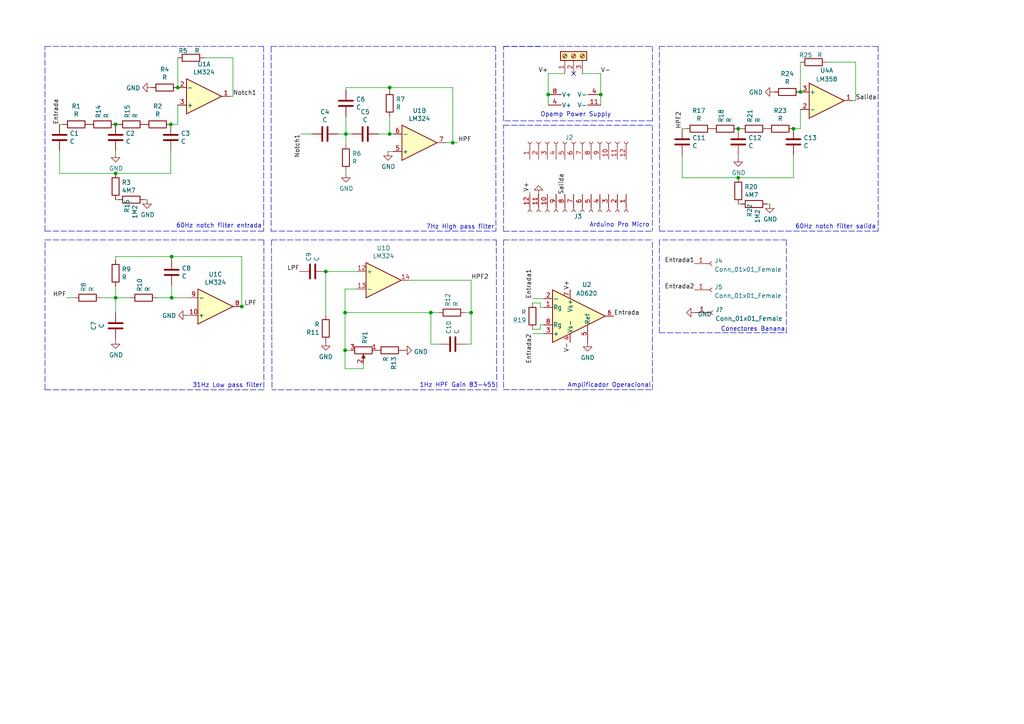
<source format=kicad_sch>
(kicad_sch (version 20211123) (generator eeschema)
  (paper "A4")
  (lib_symbols
    (symbol "Amplifier_Instrumentation:AD620" (pin_names (offset 0.127))
      (property "Reference" "U" (at 3.81 7.62 0))
      (property "Value" "AD620" (at 5.08 5.08 0))
      (symbol "AD620_0_1"
        (polyline (pts (xy -7.62 7.62) (xy -7.62 -7.62) (xy 7.62 0) (xy -7.62 7.62)) (stroke (width 0.254)) (fill (type background)))
      )
      (symbol "AD620_1_1"
        (pin passive line (at -10.16 2.54 0) (length 2.54) (name "Rg") (number "1"))
        (pin input line (at -10.16 5.08 0) (length 2.54) (name "-") (number "2"))
        (pin input line (at -10.16 -5.08 0) (length 2.54) (name "+") (number "3"))
        (pin power_in line (at -2.54 -7.62 90) (length 2.54) (name "Vs-") (number "4"))
        (pin passive line (at 2.54 -7.62 90) (length 5.08) (name "Ref") (number "5"))
        (pin output line (at 10.16 0 180) (length 2.54) (name "~") (number "6"))
        (pin power_in line (at -2.54 7.62 270) (length 2.54) (name "Vs+") (number "7"))
        (pin passive line (at -10.16 -2.54 0) (length 2.54) (name "Rg") (number "8"))
      )
    )
    (symbol "Amplifier_Operational:LM324" (pin_names (offset 0.127))
      (property "Reference" "U" (at 0 5.08 0))
      (property "Value" "LM324" (at 0 -5.08 0))
      (symbol "LM324_1_1"
        (polyline (pts (xy -5.08 5.08) (xy 5.08 0) (xy -5.08 -5.08) (xy -5.08 5.08)) (stroke (width 0.254)) (fill (type background)))
        (pin output line (at 7.62 0 180) (length 2.54) (name "~") (number "1"))
        (pin input line (at -7.62 -2.54 0) (length 2.54) (name "-") (number "2"))
        (pin input line (at -7.62 2.54 0) (length 2.54) (name "+") (number "3"))
      )
      (symbol "LM324_2_1"
        (polyline (pts (xy -5.08 5.08) (xy 5.08 0) (xy -5.08 -5.08) (xy -5.08 5.08)) (stroke (width 0.254)) (fill (type background)))
        (pin input line (at -7.62 2.54 0) (length 2.54) (name "+") (number "5"))
        (pin input line (at -7.62 -2.54 0) (length 2.54) (name "-") (number "6"))
        (pin output line (at 7.62 0 180) (length 2.54) (name "~") (number "7"))
      )
      (symbol "LM324_3_1"
        (polyline (pts (xy -5.08 5.08) (xy 5.08 0) (xy -5.08 -5.08) (xy -5.08 5.08)) (stroke (width 0.254)) (fill (type background)))
        (pin input line (at -7.62 2.54 0) (length 2.54) (name "+") (number "10"))
        (pin output line (at 7.62 0 180) (length 2.54) (name "~") (number "8"))
        (pin input line (at -7.62 -2.54 0) (length 2.54) (name "-") (number "9"))
      )
      (symbol "LM324_4_1"
        (polyline (pts (xy -5.08 5.08) (xy 5.08 0) (xy -5.08 -5.08) (xy -5.08 5.08)) (stroke (width 0.254)) (fill (type background)))
        (pin input line (at -7.62 2.54 0) (length 2.54) (name "+") (number "12"))
        (pin input line (at -7.62 -2.54 0) (length 2.54) (name "-") (number "13"))
        (pin output line (at 7.62 0 180) (length 2.54) (name "~") (number "14"))
      )
      (symbol "LM324_5_1"
        (pin power_in line (at -2.54 -7.62 90) (length 3.81) (name "V-") (number "11"))
        (pin power_in line (at -2.54 7.62 270) (length 3.81) (name "V+") (number "4"))
      )
    )
    (symbol "Amplifier_Operational:LM358" (pin_names (offset 0.127))
      (property "Reference" "U" (at 0 5.08 0))
      (property "Value" "LM358" (at 0 -5.08 0))
      (symbol "LM358_1_1"
        (polyline (pts (xy -5.08 5.08) (xy 5.08 0) (xy -5.08 -5.08) (xy -5.08 5.08)) (stroke (width 0.254)) (fill (type background)))
        (pin output line (at 7.62 0 180) (length 2.54) (name "~") (number "1"))
        (pin input line (at -7.62 -2.54 0) (length 2.54) (name "-") (number "2"))
        (pin input line (at -7.62 2.54 0) (length 2.54) (name "+") (number "3"))
      )
      (symbol "LM358_2_1"
        (polyline (pts (xy -5.08 5.08) (xy 5.08 0) (xy -5.08 -5.08) (xy -5.08 5.08)) (stroke (width 0.254)) (fill (type background)))
        (pin input line (at -7.62 2.54 0) (length 2.54) (name "+") (number "5"))
        (pin input line (at -7.62 -2.54 0) (length 2.54) (name "-") (number "6"))
        (pin output line (at 7.62 0 180) (length 2.54) (name "~") (number "7"))
      )
      (symbol "LM358_3_1"
        (pin power_in line (at -2.54 -7.62 90) (length 3.81) (name "V-") (number "4"))
        (pin power_in line (at -2.54 7.62 270) (length 3.81) (name "V+") (number "8"))
      )
    )
    (symbol "Conn_01x12_Female_1" (pin_names (offset 1.016) hide)
      (property "Reference" "J" (at 0 15.24 0))
      (property "Value" "Conn_01x12_Female_1" (at 0 -17.78 0))
      (symbol "Conn_01x12_Female_1_1_1"
        (arc (start 0 -14.732) (mid -0.508 -15.24) (end 0 -15.748) (stroke (width 0.1524)))
        (arc (start 0 -12.192) (mid -0.508 -12.7) (end 0 -13.208) (stroke (width 0.1524)))
        (arc (start 0 -9.652) (mid -0.508 -10.16) (end 0 -10.668) (stroke (width 0.1524)))
        (arc (start 0 -7.112) (mid -0.508 -7.62) (end 0 -8.128) (stroke (width 0.1524)))
        (arc (start 0 -4.572) (mid -0.508 -5.08) (end 0 -5.588) (stroke (width 0.1524)))
        (arc (start 0 -2.032) (mid -0.508 -2.54) (end 0 -3.048) (stroke (width 0.1524)))
        (polyline (pts (xy -1.27 -15.24) (xy -0.508 -15.24)) (stroke (width 0.1524)))
        (polyline (pts (xy -1.27 -12.7) (xy -0.508 -12.7)) (stroke (width 0.1524)))
        (polyline (pts (xy -1.27 -10.16) (xy -0.508 -10.16)) (stroke (width 0.1524)))
        (polyline (pts (xy -1.27 -7.62) (xy -0.508 -7.62)) (stroke (width 0.1524)))
        (polyline (pts (xy -1.27 -5.08) (xy -0.508 -5.08)) (stroke (width 0.1524)))
        (polyline (pts (xy -1.27 -2.54) (xy -0.508 -2.54)) (stroke (width 0.1524)))
        (polyline (pts (xy -1.27 0) (xy -0.508 0)) (stroke (width 0.1524)))
        (polyline (pts (xy -1.27 2.54) (xy -0.508 2.54)) (stroke (width 0.1524)))
        (polyline (pts (xy -1.27 5.08) (xy -0.508 5.08)) (stroke (width 0.1524)))
        (polyline (pts (xy -1.27 7.62) (xy -0.508 7.62)) (stroke (width 0.1524)))
        (polyline (pts (xy -1.27 10.16) (xy -0.508 10.16)) (stroke (width 0.1524)))
        (polyline (pts (xy -1.27 12.7) (xy -0.508 12.7)) (stroke (width 0.1524)))
        (arc (start 0 0.508) (mid -0.508 0) (end 0 -0.508) (stroke (width 0.1524)))
        (arc (start 0 3.048) (mid -0.508 2.54) (end 0 2.032) (stroke (width 0.1524)))
        (arc (start 0 5.588) (mid -0.508 5.08) (end 0 4.572) (stroke (width 0.1524)))
        (arc (start 0 8.128) (mid -0.508 7.62) (end 0 7.112) (stroke (width 0.1524)))
        (arc (start 0 10.668) (mid -0.508 10.16) (end 0 9.652) (stroke (width 0.1524)))
        (arc (start 0 13.208) (mid -0.508 12.7) (end 0 12.192) (stroke (width 0.1524)))
        (pin passive line (at -5.08 12.7 0) (length 3.81) (name "Pin_1") (number "1"))
        (pin passive line (at -5.08 -10.16 0) (length 3.81) (name "Pin_10") (number "10"))
        (pin passive line (at -5.08 -12.7 0) (length 3.81) (name "Pin_11") (number "11"))
        (pin passive line (at -5.08 -15.24 0) (length 3.81) (name "Pin_12") (number "12"))
        (pin passive line (at -5.08 10.16 0) (length 3.81) (name "Pin_2") (number "2"))
        (pin passive line (at -5.08 7.62 0) (length 3.81) (name "Pin_3") (number "3"))
        (pin passive line (at -5.08 5.08 0) (length 3.81) (name "Pin_4") (number "4"))
        (pin passive line (at -5.08 2.54 0) (length 3.81) (name "Pin_5") (number "5"))
        (pin passive line (at -5.08 0 0) (length 3.81) (name "Pin_6") (number "6"))
        (pin passive line (at -5.08 -2.54 0) (length 3.81) (name "Pin_7") (number "7"))
        (pin passive line (at -5.08 -5.08 0) (length 3.81) (name "Pin_8") (number "8"))
        (pin passive line (at -5.08 -7.62 0) (length 3.81) (name "Pin_9") (number "9"))
      )
    )
    (symbol "Connector:Conn_01x01_Female" (pin_names (offset 1.016) hide)
      (property "Reference" "J" (at 0 2.54 0))
      (property "Value" "Conn_01x01_Female" (at 0 -2.54 0))
      (symbol "Conn_01x01_Female_1_1"
        (polyline (pts (xy -1.27 0) (xy -0.508 0)) (stroke (width 0.1524)))
        (arc (start 0 0.508) (mid -0.508 0) (end 0 -0.508) (stroke (width 0.1524)))
        (pin passive line (at -5.08 0 0) (length 3.81) (name "Pin_1") (number "1"))
      )
    )
    (symbol "Connector:Conn_01x12_Female" (pin_names (offset 1.016) hide)
      (property "Reference" "J" (at 0 15.24 0))
      (property "Value" "Conn_01x12_Female" (at 0 -17.78 0))
      (symbol "Conn_01x12_Female_1_1"
        (arc (start 0 -14.732) (mid -0.508 -15.24) (end 0 -15.748) (stroke (width 0.1524)))
        (arc (start 0 -12.192) (mid -0.508 -12.7) (end 0 -13.208) (stroke (width 0.1524)))
        (arc (start 0 -9.652) (mid -0.508 -10.16) (end 0 -10.668) (stroke (width 0.1524)))
        (arc (start 0 -7.112) (mid -0.508 -7.62) (end 0 -8.128) (stroke (width 0.1524)))
        (arc (start 0 -4.572) (mid -0.508 -5.08) (end 0 -5.588) (stroke (width 0.1524)))
        (arc (start 0 -2.032) (mid -0.508 -2.54) (end 0 -3.048) (stroke (width 0.1524)))
        (polyline (pts (xy -1.27 -15.24) (xy -0.508 -15.24)) (stroke (width 0.1524)))
        (polyline (pts (xy -1.27 -12.7) (xy -0.508 -12.7)) (stroke (width 0.1524)))
        (polyline (pts (xy -1.27 -10.16) (xy -0.508 -10.16)) (stroke (width 0.1524)))
        (polyline (pts (xy -1.27 -7.62) (xy -0.508 -7.62)) (stroke (width 0.1524)))
        (polyline (pts (xy -1.27 -5.08) (xy -0.508 -5.08)) (stroke (width 0.1524)))
        (polyline (pts (xy -1.27 -2.54) (xy -0.508 -2.54)) (stroke (width 0.1524)))
        (polyline (pts (xy -1.27 0) (xy -0.508 0)) (stroke (width 0.1524)))
        (polyline (pts (xy -1.27 2.54) (xy -0.508 2.54)) (stroke (width 0.1524)))
        (polyline (pts (xy -1.27 5.08) (xy -0.508 5.08)) (stroke (width 0.1524)))
        (polyline (pts (xy -1.27 7.62) (xy -0.508 7.62)) (stroke (width 0.1524)))
        (polyline (pts (xy -1.27 10.16) (xy -0.508 10.16)) (stroke (width 0.1524)))
        (polyline (pts (xy -1.27 12.7) (xy -0.508 12.7)) (stroke (width 0.1524)))
        (arc (start 0 0.508) (mid -0.508 0) (end 0 -0.508) (stroke (width 0.1524)))
        (arc (start 0 3.048) (mid -0.508 2.54) (end 0 2.032) (stroke (width 0.1524)))
        (arc (start 0 5.588) (mid -0.508 5.08) (end 0 4.572) (stroke (width 0.1524)))
        (arc (start 0 8.128) (mid -0.508 7.62) (end 0 7.112) (stroke (width 0.1524)))
        (arc (start 0 10.668) (mid -0.508 10.16) (end 0 9.652) (stroke (width 0.1524)))
        (arc (start 0 13.208) (mid -0.508 12.7) (end 0 12.192) (stroke (width 0.1524)))
        (pin passive line (at -5.08 12.7 0) (length 3.81) (name "Pin_1") (number "1"))
        (pin passive line (at -5.08 -10.16 0) (length 3.81) (name "Pin_10") (number "10"))
        (pin passive line (at -5.08 -12.7 0) (length 3.81) (name "Pin_11") (number "11"))
        (pin passive line (at -5.08 -15.24 0) (length 3.81) (name "Pin_12") (number "12"))
        (pin passive line (at -5.08 10.16 0) (length 3.81) (name "Pin_2") (number "2"))
        (pin passive line (at -5.08 7.62 0) (length 3.81) (name "Pin_3") (number "3"))
        (pin passive line (at -5.08 5.08 0) (length 3.81) (name "Pin_4") (number "4"))
        (pin passive line (at -5.08 2.54 0) (length 3.81) (name "Pin_5") (number "5"))
        (pin passive line (at -5.08 0 0) (length 3.81) (name "Pin_6") (number "6"))
        (pin passive line (at -5.08 -2.54 0) (length 3.81) (name "Pin_7") (number "7"))
        (pin passive line (at -5.08 -5.08 0) (length 3.81) (name "Pin_8") (number "8"))
        (pin passive line (at -5.08 -7.62 0) (length 3.81) (name "Pin_9") (number "9"))
      )
    )
    (symbol "Connector:Screw_Terminal_01x03" (pin_names (offset 1.016) hide)
      (property "Reference" "J" (at 0 5.08 0))
      (property "Value" "Screw_Terminal_01x03" (at 0 -5.08 0))
      (symbol "Screw_Terminal_01x03_1_1"
        (rectangle (start -1.27 3.81) (end 1.27 -3.81) (stroke (width 0.254)) (fill (type background)))
        (circle (center 0 -2.54) (radius 0.635) (stroke (width 0.1524)))
        (polyline (pts (xy -0.5334 -2.2098) (xy 0.3302 -3.048)) (stroke (width 0.1524)))
        (polyline (pts (xy -0.5334 0.3302) (xy 0.3302 -0.508)) (stroke (width 0.1524)))
        (polyline (pts (xy -0.5334 2.8702) (xy 0.3302 2.032)) (stroke (width 0.1524)))
        (polyline (pts (xy -0.3556 -2.032) (xy 0.508 -2.8702)) (stroke (width 0.1524)))
        (polyline (pts (xy -0.3556 0.508) (xy 0.508 -0.3302)) (stroke (width 0.1524)))
        (polyline (pts (xy -0.3556 3.048) (xy 0.508 2.2098)) (stroke (width 0.1524)))
        (circle (center 0 0) (radius 0.635) (stroke (width 0.1524)))
        (circle (center 0 2.54) (radius 0.635) (stroke (width 0.1524)))
        (pin passive line (at -5.08 2.54 0) (length 3.81) (name "Pin_1") (number "1"))
        (pin passive line (at -5.08 0 0) (length 3.81) (name "Pin_2") (number "2"))
        (pin passive line (at -5.08 -2.54 0) (length 3.81) (name "Pin_3") (number "3"))
      )
    )
    (symbol "Device:C" (pin_numbers hide) (pin_names (offset 0.254))
      (property "Reference" "C" (at 0.635 2.54 0))
      (property "Value" "C" (at 0.635 -2.54 0))
      (symbol "C_0_1"
        (polyline (pts (xy -2.032 -0.762) (xy 2.032 -0.762)) (stroke (width 0.508)))
        (polyline (pts (xy -2.032 0.762) (xy 2.032 0.762)) (stroke (width 0.508)))
      )
      (symbol "C_1_1"
        (pin passive line (at 0 3.81 270) (length 2.794) (name "~") (number "1"))
        (pin passive line (at 0 -3.81 90) (length 2.794) (name "~") (number "2"))
      )
    )
    (symbol "Device:R" (pin_numbers hide) (pin_names (offset 0))
      (property "Reference" "R" (at 2.032 0 90))
      (property "Value" "R" (at 0 0 90))
      (symbol "R_0_1"
        (rectangle (start -1.016 -2.54) (end 1.016 2.54) (stroke (width 0.254)))
      )
      (symbol "R_1_1"
        (pin passive line (at 0 3.81 270) (length 1.27) (name "~") (number "1"))
        (pin passive line (at 0 -3.81 90) (length 1.27) (name "~") (number "2"))
      )
    )
    (symbol "Device:R_Potentiometer" (pin_names (offset 1.016) hide)
      (property "Reference" "RV" (at -4.445 0 90))
      (property "Value" "R_Potentiometer" (at -2.54 0 90))
      (symbol "R_Potentiometer_0_1"
        (polyline (pts (xy 2.54 0) (xy 1.524 0)))
        (polyline (pts (xy 1.143 0) (xy 2.286 0.508) (xy 2.286 -0.508) (xy 1.143 0)) (fill (type outline)))
        (rectangle (start 1.016 2.54) (end -1.016 -2.54) (stroke (width 0.254)))
      )
      (symbol "R_Potentiometer_1_1"
        (pin passive line (at 0 3.81 270) (length 1.27) (name "1") (number "1"))
        (pin passive line (at 3.81 0 180) (length 1.27) (name "2") (number "2"))
        (pin passive line (at 0 -3.81 90) (length 1.27) (name "3") (number "3"))
      )
    )
    (symbol "power:GND" (power) (pin_names (offset 0))
      (property "Value" "GND" (at 0 -3.81 0))
      (symbol "GND_0_1"
        (polyline (pts (xy 0 0) (xy 0 -1.27) (xy 1.27 -1.27) (xy 0 -2.54) (xy -1.27 -1.27) (xy 0 -1.27)))
      )
      (symbol "GND_1_1"
        (pin power_in line (at 0 0 270) (length 0) hide (name "GND") (number "1"))
      )
    )
  )
  (junction (at 33.528 86.36))
  (junction (at 214.122 51.562))
  (junction (at 113.03 38.862))
  (junction (at 100.076 101.6))
  (junction (at 33.528 36.068))
  (junction (at 131.318 41.402))
  (junction (at 174.244 27.432))
  (junction (at 159.004 27.432))
  (junction (at 100.076 90.678))
  (junction (at 124.968 90.678))
  (junction (at 136.652 90.678))
  (junction (at 70.104 88.9))
  (junction (at 230.124 37.338))
  (junction (at 49.784 86.36))
  (junction (at 49.784 74.422))
  (junction (at 51.562 25.4))
  (junction (at 232.156 26.67))
  (junction (at 113.03 25.4))
  (junction (at 214.122 37.338))
  (junction (at 33.528 50.292))
  (junction (at 100.33 38.862))
  (junction (at 94.488 78.74))
  (junction (at 49.53 36.068))
  (no_connect (at 166.37 21.336))
  (polyline (pts (xy 191.262 13.462) (xy 254.6858 13.462)))
  (wire (pts (xy 214.122 51.562) (xy 230.124 51.562)))
  (wire (pts (xy 174.244 21.336) (xy 168.91 21.336)))
  (polyline (pts (xy 146.05 113.03) (xy 189.23 113.03)))
  (wire (pts (xy 197.866 51.562) (xy 197.866 44.958)))
  (wire (pts (xy 230.124 44.958) (xy 230.124 51.562)))
  (wire (pts (xy 49.784 82.804) (xy 49.784 86.36)))
  (wire (pts (xy 154.432 86.614) (xy 157.734 86.614)))
  (wire (pts (xy 223.266 59.182) (xy 222.504 59.182)))
  (wire (pts (xy 135.128 99.822) (xy 136.652 99.822)))
  (polyline (pts (xy 144.0942 113.0554) (xy 78.8924 113.0554)))
  (polyline (pts (xy 254.6858 13.462) (xy 254.7112 67.0306)))
  (wire (pts (xy 112.522 43.942) (xy 114.046 43.942)))
  (wire (pts (xy 33.528 86.36) (xy 37.846 86.36)))
  (polyline (pts (xy 146.05 35.052) (xy 146.05 13.462)))
  (polyline (pts (xy 228.092 69.596) (xy 191.262 69.596)))
  (polyline (pts (xy 76.454 13.462) (xy 76.4794 67.0306)))
  (wire (pts (xy 100.076 83.82) (xy 100.076 90.678)))
  (wire (pts (xy 113.03 25.4) (xy 113.03 26.162)))
  (polyline (pts (xy 78.6384 67.0306) (xy 143.8402 67.0306)))
  (wire (pts (xy 49.784 86.36) (xy 54.864 86.36)))
  (wire (pts (xy 33.528 74.422) (xy 49.784 74.422)))
  (wire (pts (xy 29.21 86.36) (xy 33.528 86.36)))
  (wire (pts (xy 100.33 33.782) (xy 100.33 38.862)))
  (wire (pts (xy 124.968 90.678) (xy 124.968 99.822)))
  (wire (pts (xy 230.124 37.338) (xy 232.156 37.338)))
  (polyline (pts (xy 146.05 36.322) (xy 189.23 36.322)))
  (wire (pts (xy 51.562 16.764) (xy 51.562 25.4)))
  (wire (pts (xy 94.488 78.74) (xy 103.632 78.74)))
  (polyline (pts (xy 76.5302 113.0554) (xy 13.0556 113.0554)))
  (wire (pts (xy 105.41 106.934) (xy 100.076 106.934)))
  (wire (pts (xy 124.968 99.822) (xy 127.508 99.822)))
  (wire (pts (xy 174.244 21.336) (xy 174.244 27.432)))
  (wire (pts (xy 33.528 43.688) (xy 33.528 44.45)))
  (wire (pts (xy 49.784 74.422) (xy 49.784 75.184)))
  (wire (pts (xy 197.866 51.562) (xy 214.122 51.562)))
  (wire (pts (xy 159.004 21.336) (xy 159.004 27.432)))
  (wire (pts (xy 129.286 41.402) (xy 131.318 41.402)))
  (wire (pts (xy 247.396 29.21) (xy 248.158 29.21)))
  (polyline (pts (xy 13.0556 67.0306) (xy 13.0302 13.462)))
  (polyline (pts (xy 189.23 35.052) (xy 146.05 35.052)))
  (wire (pts (xy 100.33 38.862) (xy 100.33 41.91)))
  (wire (pts (xy 131.318 41.402) (xy 132.842 41.402)))
  (wire (pts (xy 33.528 50.292) (xy 49.53 50.292)))
  (wire (pts (xy 157.734 89.154) (xy 156.718 89.154)))
  (wire (pts (xy 66.802 27.94) (xy 67.564 27.94)))
  (wire (pts (xy 174.244 30.48) (xy 174.244 27.432)))
  (wire (pts (xy 153.67 55.626) (xy 153.67 56.388)))
  (polyline (pts (xy 189.23 36.322) (xy 189.23 67.056)))
  (polyline (pts (xy 228.092 96.52) (xy 228.092 69.596)))
  (wire (pts (xy 33.528 75.438) (xy 33.528 74.422)))
  (wire (pts (xy 17.272 36.068) (xy 18.288 36.068)))
  (wire (pts (xy 159.004 27.432) (xy 159.004 30.48)))
  (polyline (pts (xy 191.262 96.52) (xy 228.092 96.52)))
  (wire (pts (xy 113.03 38.862) (xy 114.046 38.862)))
  (polyline (pts (xy 13.0302 13.462) (xy 76.454 13.462)))
  (wire (pts (xy 131.318 25.4) (xy 131.318 41.402)))
  (wire (pts (xy 17.272 50.292) (xy 33.528 50.292)))
  (polyline (pts (xy 76.5302 69.596) (xy 76.5302 113.0554)))
  (wire (pts (xy 100.076 90.678) (xy 124.968 90.678)))
  (wire (pts (xy 105.41 105.41) (xy 105.41 106.934)))
  (polyline (pts (xy 143.764 13.462) (xy 143.8402 67.0306)))
  (wire (pts (xy 156.718 87.884) (xy 154.432 87.884)))
  (wire (pts (xy 136.652 90.678) (xy 136.652 81.28)))
  (wire (pts (xy 54.356 91.44) (xy 54.864 91.44)))
  (polyline (pts (xy 191.2874 67.0306) (xy 191.262 13.462)))
  (wire (pts (xy 42.672 57.912) (xy 41.91 57.912)))
  (wire (pts (xy 248.158 18.034) (xy 248.158 29.21)))
  (wire (pts (xy 134.874 90.678) (xy 136.652 90.678)))
  (wire (pts (xy 100.076 83.82) (xy 103.632 83.82)))
  (polyline (pts (xy 146.05 69.596) (xy 146.05 113.03)))
  (polyline (pts (xy 78.74 69.596) (xy 78.8924 113.0554)))
  (wire (pts (xy 157.734 94.234) (xy 156.718 94.234)))
  (wire (pts (xy 49.53 43.688) (xy 49.53 50.292)))
  (wire (pts (xy 232.156 18.034) (xy 232.156 26.67)))
  (polyline (pts (xy 146.05 67.056) (xy 146.05 36.322)))
  (wire (pts (xy 100.076 90.678) (xy 100.076 101.6)))
  (polyline (pts (xy 76.4794 67.0306) (xy 13.0556 67.0306)))
  (polyline (pts (xy 189.23 113.03) (xy 189.23 69.596)))
  (polyline (pts (xy 146.05 13.462) (xy 156.718 13.462)))
  (wire (pts (xy 94.488 78.74) (xy 94.488 91.44)))
  (wire (pts (xy 34.29 57.912) (xy 33.528 57.912)))
  (polyline (pts (xy 78.74 69.596) (xy 143.9418 69.596)))
  (wire (pts (xy 214.122 44.958) (xy 214.122 45.72)))
  (wire (pts (xy 100.33 49.53) (xy 100.33 50.292)))
  (wire (pts (xy 154.432 96.774) (xy 157.734 96.774)))
  (wire (pts (xy 156.718 89.154) (xy 156.718 87.884)))
  (wire (pts (xy 33.528 36.068) (xy 34.29 36.068)))
  (polyline (pts (xy 78.5876 13.462) (xy 143.764 13.462)))
  (wire (pts (xy 49.53 36.068) (xy 51.562 36.068)))
  (wire (pts (xy 33.528 98.298) (xy 33.528 98.552)))
  (wire (pts (xy 17.272 50.292) (xy 17.272 43.688)))
  (wire (pts (xy 45.466 86.36) (xy 49.784 86.36)))
  (wire (pts (xy 100.33 25.4) (xy 113.03 25.4)))
  (wire (pts (xy 163.83 21.336) (xy 159.004 21.336)))
  (wire (pts (xy 136.652 90.678) (xy 136.652 99.822)))
  (wire (pts (xy 214.122 37.338) (xy 214.884 37.338)))
  (wire (pts (xy 98.044 38.862) (xy 100.33 38.862)))
  (polyline (pts (xy 254.7112 67.0306) (xy 191.2874 67.0306)))
  (wire (pts (xy 248.158 18.034) (xy 239.776 18.034)))
  (wire (pts (xy 70.104 88.9) (xy 70.866 88.9)))
  (polyline (pts (xy 146.05 67.056) (xy 189.23 67.056)))
  (wire (pts (xy 124.968 90.678) (xy 127.254 90.678)))
  (wire (pts (xy 70.104 74.422) (xy 70.104 88.9)))
  (wire (pts (xy 214.884 59.182) (xy 214.122 59.182)))
  (polyline (pts (xy 78.6384 13.5636) (xy 78.6384 67.0306)))
  (polyline (pts (xy 146.05 13.462) (xy 189.23 13.462)))
  (wire (pts (xy 51.562 30.48) (xy 51.562 36.068)))
  (wire (pts (xy 232.156 31.75) (xy 232.156 37.338)))
  (polyline (pts (xy 13.0556 113.0554) (xy 13.0556 69.596)))
  (wire (pts (xy 49.784 74.422) (xy 70.104 74.422)))
  (polyline (pts (xy 13.0556 69.596) (xy 76.5048 69.596)))
  (wire (pts (xy 113.03 25.4) (xy 131.318 25.4)))
  (wire (pts (xy 113.03 33.782) (xy 113.03 38.862)))
  (wire (pts (xy 197.866 37.338) (xy 198.882 37.338)))
  (wire (pts (xy 19.2278 86.36) (xy 21.59 86.36)))
  (wire (pts (xy 90.424 38.862) (xy 87.249 38.862)))
  (wire (pts (xy 100.33 25.4) (xy 100.33 26.162)))
  (polyline (pts (xy 189.23 13.462) (xy 189.23 35.052)))
  (wire (pts (xy 33.528 83.058) (xy 33.528 86.36)))
  (wire (pts (xy 154.432 95.504) (xy 156.718 95.504)))
  (wire (pts (xy 156.718 94.234) (xy 156.718 95.504)))
  (wire (pts (xy 33.528 86.36) (xy 33.528 90.678)))
  (polyline (pts (xy 143.9418 69.596) (xy 144.0942 113.0554)))
  (wire (pts (xy 67.564 16.764) (xy 67.564 27.94)))
  (wire (pts (xy 100.076 106.934) (xy 100.076 101.6)))
  (polyline (pts (xy 191.262 69.596) (xy 191.262 96.52)))
  (wire (pts (xy 136.652 81.28) (xy 118.872 81.28)))
  (wire (pts (xy 109.728 38.862) (xy 113.03 38.862)))
  (wire (pts (xy 100.076 101.6) (xy 101.6 101.6)))
  (wire (pts (xy 100.33 38.862) (xy 102.108 38.862)))
  (polyline (pts (xy 146.05 69.596) (xy 189.23 69.596)))
  (wire (pts (xy 67.564 16.764) (xy 59.182 16.764)))
  (text "Conectores Banana\n" (at 209.042 96.266 0) (effects (font (size 1.27 1.27)) (justify left bottom)))
  (text "7Hz High pass filter" (at 123.571 66.6242 0) (effects (font (size 1.27 1.27)) (justify left bottom)))
  (text "Opamp Power Supply\n" (at 156.718 34.036 0) (effects (font (size 1.27 1.27)) (justify left bottom)))
  (text "Arduino Pro Micro\n" (at 170.942 66.04 0) (effects (font (size 1.27 1.27)) (justify left bottom)))
  (text "31Hz Low pass filter" (at 55.7784 112.5728 0) (effects (font (size 1.27 1.27)) (justify left bottom)))
  (text "60Hz notch filter entrada\n" (at 51.054 66.294 0) (effects (font (size 1.27 1.27)) (justify left bottom)))
  (text "60Hz notch filter salida\n" (at 230.632 66.548 0) (effects (font (size 1.27 1.27)) (justify left bottom)))
  (text "1Hz HPF Gain 83-455" (at 121.666 112.522 0) (effects (font (size 1.27 1.27)) (justify left bottom)))
  (text "Amplificador Operacional\n" (at 164.592 112.522 0) (effects (font (size 1.27 1.27)) (justify left bottom)))
  (label "V+" (at 153.67 55.626 90))
  (label "Entrada" (at 17.272 36.068 90))
  (label "Salida" (at 248.158 29.21 0))
  (label "Entrada2" (at 154.432 96.774 270))
  (label "Entrada2" (at 201.422 84.074 180))
  (label "Entrada1" (at 201.422 76.454 180))
  (label "LPF" (at 70.866 88.9 0))
  (label "Salida" (at 163.83 56.388 90))
  (label "V-" (at 174.244 21.336 0))
  (label "HPF" (at 19.2278 86.36 180))
  (label "Notch1" (at 67.564 27.94 0))
  (label "HPF2" (at 197.866 37.338 90))
  (label "Entrada1" (at 154.432 86.614 90))
  (label "Notch1" (at 87.249 38.862 270))
  (label "V+" (at 165.354 84.074 90))
  (label "V+" (at 159.004 21.336 180))
  (label "LPF" (at 86.868 78.74 180))
  (label "V-" (at 165.354 99.314 270))
  (label "HPF2" (at 136.652 81.28 0))
  (label "HPF" (at 132.842 41.402 0))
  (label "Entrada" (at 178.054 91.694 0))
  (symbol (lib_id "Amplifier_Operational:LM324") (at 59.182 27.94 0) (mirror x) (unit 1)
    (property "Reference" "U1" (at 59.182 18.6182 0))
    (property "Value" "LM324" (at 59.182 20.9296 0))
    (property "Footprint" "Package_DIP:DIP-14_W7.62mm" (effects hide))
    (property "Datasheet" "http://www.ti.com/lit/ds/symlink/lm2902-n.pdf" (effects hide))
  )
  (symbol (lib_id "Amplifier_Operational:LM324") (at 121.666 41.402 0) (mirror x) (unit 2)
    (property "Reference" "U1" (at 121.666 32.0802 0))
    (property "Value" "LM324" (at 121.666 34.3916 0))
    (property "Footprint" "Package_DIP:DIP-14_W7.62mm" (effects hide))
    (property "Datasheet" "http://www.ti.com/lit/ds/symlink/lm2902-n.pdf" (effects hide))
  )
  (symbol (lib_id "Amplifier_Operational:LM324") (at 62.484 88.9 0) (mirror x) (unit 3)
    (property "Reference" "U1" (at 62.484 79.5782 0))
    (property "Value" "LM324" (at 62.484 81.8896 0))
    (property "Footprint" "Package_DIP:DIP-14_W7.62mm" (effects hide))
    (property "Datasheet" "http://www.ti.com/lit/ds/symlink/lm2902-n.pdf" (effects hide))
  )
  (symbol (lib_id "Amplifier_Operational:LM324") (at 111.252 81.28 0) (unit 4)
    (property "Reference" "U1" (at 111.252 71.9582 0))
    (property "Value" "LM324" (at 111.252 74.2696 0))
    (property "Footprint" "Package_DIP:DIP-14_W7.62mm" (effects hide))
    (property "Datasheet" "http://www.ti.com/lit/ds/symlink/lm2902-n.pdf" (effects hide))
  )
  (symbol (lib_id "Amplifier_Operational:LM324") (at 166.624 27.94 90) (unit 5)
    (property "Reference" "U1" (effects hide))
    (property "Value" "LM324" (effects hide))
    (property "Footprint" "Package_DIP:DIP-14_W7.62mm" (effects hide))
    (property "Datasheet" "http://www.ti.com/lit/ds/symlink/lm2902-n.pdf" (effects hide))
  )
  (symbol (lib_id "Device:R") (at 22.098 36.068 90) (unit 1)
    (property "Reference" "R1" (at 22.098 30.8102 90))
    (property "Value" "R" (at 22.098 33.1216 90))
    (property "Footprint" "Resistor_THT:R_Axial_DIN0207_L6.3mm_D2.5mm_P10.16mm_Horizontal" (effects hide))
  )
  (symbol (lib_id "Device:C") (at 17.272 39.878 0) (unit 1)
    (property "Reference" "C1" (at 20.193 38.7096 0) (effects (justify left)))
    (property "Value" "C" (at 20.193 41.021 0) (effects (justify left)))
    (property "Footprint" "Capacitor_THT:C_Disc_D6.0mm_W2.5mm_P5.00mm" (effects hide))
  )
  (symbol (lib_id "Device:R") (at 45.72 36.068 90) (unit 1)
    (property "Reference" "R2" (at 45.72 30.8102 90))
    (property "Value" "R" (at 45.72 33.1216 90))
    (property "Footprint" "Resistor_THT:R_Axial_DIN0207_L6.3mm_D2.5mm_P10.16mm_Horizontal" (effects hide))
  )
  (symbol (lib_id "Device:R") (at 33.528 54.102 0) (unit 1)
    (property "Reference" "R3" (at 35.306 52.9336 0) (effects (justify left)))
    (property "Value" "4M7" (at 35.306 55.245 0) (effects (justify left)))
    (property "Footprint" "Resistor_THT:R_Axial_DIN0207_L6.3mm_D2.5mm_P10.16mm_Horizontal" (effects hide))
  )
  (symbol (lib_id "Device:C") (at 33.528 39.878 0) (unit 1)
    (property "Reference" "C2" (at 36.449 38.7096 0) (effects (justify left)))
    (property "Value" "C" (at 36.449 41.021 0) (effects (justify left)))
    (property "Footprint" "Capacitor_THT:C_Disc_D6.0mm_W2.5mm_P5.00mm" (effects hide))
  )
  (symbol (lib_id "Device:C") (at 49.53 39.878 0) (unit 1)
    (property "Reference" "C3" (at 52.451 38.7096 0) (effects (justify left)))
    (property "Value" "C" (at 52.451 41.021 0) (effects (justify left)))
    (property "Footprint" "Capacitor_THT:C_Disc_D6.0mm_W2.5mm_P5.00mm" (effects hide))
  )
  (symbol (lib_id "power:GND") (at 33.528 44.45 0) (unit 1)
    (property "Reference" "#PWR01" (effects hide))
    (property "Value" "GND" (at 33.655 48.8442 0))
  )
  (symbol (lib_id "power:GND") (at 42.672 57.912 0) (unit 1)
    (property "Reference" "#PWR02" (effects hide))
    (property "Value" "GND" (at 42.799 62.3062 0))
  )
  (symbol (lib_id "Device:R") (at 47.752 25.4 90) (unit 1)
    (property "Reference" "R4" (at 47.752 20.1422 90))
    (property "Value" "R" (at 47.752 22.4536 90))
    (property "Footprint" "Resistor_THT:R_Axial_DIN0207_L6.3mm_D2.5mm_P10.16mm_Horizontal" (effects hide))
  )
  (symbol (lib_id "power:GND") (at 43.942 25.4 270) (unit 1)
    (property "Reference" "#PWR03" (effects hide))
    (property "Value" "GND" (at 40.6908 25.527 90) (effects (justify right)))
  )
  (symbol (lib_id "Device:R") (at 55.372 16.764 90) (unit 1)
    (property "Reference" "R5" (at 53.086 14.732 90))
    (property "Value" "R" (at 57.15 14.732 90))
    (property "Footprint" "Resistor_THT:R_Axial_DIN0207_L6.3mm_D2.5mm_P10.16mm_Horizontal" (effects hide))
  )
  (symbol (lib_id "Device:R") (at 100.33 45.72 0) (unit 1)
    (property "Reference" "R6" (at 102.108 44.5516 0) (effects (justify left)))
    (property "Value" "R" (at 102.108 46.863 0) (effects (justify left)))
    (property "Footprint" "Resistor_THT:R_Axial_DIN0207_L6.3mm_D2.5mm_P10.16mm_Horizontal" (effects hide))
  )
  (symbol (lib_id "Device:C") (at 94.234 38.862 90) (unit 1)
    (property "Reference" "C4" (at 94.234 32.4612 90))
    (property "Value" "C" (at 94.234 34.7726 90))
    (property "Footprint" "Capacitor_THT:C_Rect_L10.3mm_W5.7mm_P7.50mm_MKS4" (effects hide))
  )
  (symbol (lib_id "Device:R") (at 113.03 29.972 0) (unit 1)
    (property "Reference" "R7" (at 114.808 28.8036 0) (effects (justify left)))
    (property "Value" "R" (at 114.808 31.115 0) (effects (justify left)))
    (property "Footprint" "Resistor_THT:R_Axial_DIN0207_L6.3mm_D2.5mm_P10.16mm_Horizontal" (effects hide))
  )
  (symbol (lib_id "Device:C") (at 100.33 29.972 180) (unit 1)
    (property "Reference" "C6" (at 103.251 28.8036 0) (effects (justify right)))
    (property "Value" "C" (at 103.251 31.115 0) (effects (justify right)))
    (property "Footprint" "Capacitor_THT:C_Rect_L10.3mm_W5.7mm_P7.50mm_MKS4" (effects hide))
  )
  (symbol (lib_id "Device:C") (at 105.918 38.862 90) (unit 1)
    (property "Reference" "C5" (at 105.918 32.4612 90))
    (property "Value" "C" (at 105.918 34.7726 90))
    (property "Footprint" "Capacitor_THT:C_Rect_L10.3mm_W5.7mm_P7.50mm_MKS4" (effects hide))
  )
  (symbol (lib_id "power:GND") (at 100.33 50.292 0) (unit 1)
    (property "Reference" "#PWR0101" (effects hide))
    (property "Value" "GND" (at 100.457 54.6862 0))
  )
  (symbol (lib_id "power:GND") (at 112.522 43.942 0) (unit 1)
    (property "Reference" "#PWR0102" (effects hide))
    (property "Value" "GND" (at 112.649 48.3362 0))
  )
  (symbol (lib_id "Device:R") (at 25.4 86.36 90) (unit 1)
    (property "Reference" "R8" (at 24.2316 84.582 0) (effects (justify left)))
    (property "Value" "R" (at 26.543 84.582 0) (effects (justify left)))
    (property "Footprint" "Resistor_THT:R_Axial_DIN0207_L6.3mm_D2.5mm_P10.16mm_Horizontal" (effects hide))
  )
  (symbol (lib_id "Device:C") (at 33.528 94.488 180) (unit 1)
    (property "Reference" "C7" (at 27.1272 94.488 90))
    (property "Value" "C" (at 29.4386 94.488 90))
    (property "Footprint" "Capacitor_THT:C_Disc_D6.0mm_W4.4mm_P5.00mm" (effects hide))
  )
  (symbol (lib_id "Device:R") (at 33.528 79.248 0) (unit 1)
    (property "Reference" "R9" (at 35.306 78.0796 0) (effects (justify left)))
    (property "Value" "R" (at 35.306 80.391 0) (effects (justify left)))
    (property "Footprint" "Resistor_THT:R_Axial_DIN0207_L6.3mm_D2.5mm_P10.16mm_Horizontal" (effects hide))
  )
  (symbol (lib_id "Device:R") (at 41.656 86.36 90) (unit 1)
    (property "Reference" "R10" (at 40.4876 84.582 0) (effects (justify left)))
    (property "Value" "R" (at 42.799 84.582 0) (effects (justify left)))
    (property "Footprint" "Resistor_THT:R_Axial_DIN0207_L6.3mm_D2.5mm_P10.16mm_Horizontal" (effects hide))
  )
  (symbol (lib_id "Device:C") (at 49.784 78.994 180) (unit 1)
    (property "Reference" "C8" (at 52.705 77.8256 0) (effects (justify right)))
    (property "Value" "C" (at 52.705 80.137 0) (effects (justify right)))
    (property "Footprint" "Capacitor_THT:C_Rect_L7.0mm_W4.5mm_P5.00mm" (effects hide))
  )
  (symbol (lib_id "power:GND") (at 33.528 98.552 0) (unit 1)
    (property "Reference" "#PWR0103" (effects hide))
    (property "Value" "GND" (at 33.655 102.9462 0))
  )
  (symbol (lib_id "power:GND") (at 54.356 91.44 270) (unit 1)
    (property "Reference" "#PWR0104" (effects hide))
    (property "Value" "GND" (at 51.1048 91.567 90) (effects (justify right)))
  )
  (symbol (lib_id "Connector:Screw_Terminal_01x03") (at 166.37 16.256 90) (unit 1)
    (property "Reference" "J1" (effects hide))
    (property "Value" "Screw_Terminal_01x03" (effects hide))
    (property "Footprint" "TerminalBlock:TerminalBlock_bornier-3_P5.08mm" (effects hide))
  )
  (symbol (lib_id "power:GND") (at 201.676 90.678 270) (unit 1)
    (property "Reference" "#PWR?" (effects hide))
    (property "Value" "GND" (at 202.311 91.1118 90) (effects (justify left)))
  )
  (symbol (lib_id "power:GND") (at 94.488 99.06 0) (unit 1)
    (property "Reference" "#PWR0106" (effects hide))
    (property "Value" "GND" (at 94.488 103.5034 0))
  )
  (symbol (lib_id "Device:R") (at 29.718 36.068 90) (unit 1)
    (property "Reference" "R14" (at 28.5496 34.29 0) (effects (justify left)))
    (property "Value" "R" (at 30.861 34.29 0) (effects (justify left)))
    (property "Footprint" "Resistor_THT:R_Axial_DIN0207_L6.3mm_D2.5mm_P10.16mm_Horizontal" (effects hide))
  )
  (symbol (lib_id "Device:R") (at 218.694 59.182 90) (unit 1)
    (property "Reference" "R22" (at 217.424 62.992 0) (effects (justify left)))
    (property "Value" "1M2" (at 219.71 64.77 0) (effects (justify left)))
    (property "Footprint" "Resistor_THT:R_Axial_DIN0207_L6.3mm_D2.5mm_P10.16mm_Horizontal" (effects hide))
  )
  (symbol (lib_id "Connector:Conn_01x12_Female") (at 168.91 61.468 270) (unit 1)
    (property "Reference" "J3" (at 167.64 62.738 90))
    (property "Value" "Conn_01x12_Female" (effects hide))
    (property "Footprint" "Connector_PinSocket_2.54mm:PinSocket_1x12_P2.54mm_Vertical" (effects hide))
  )
  (symbol (lib_id "Device:R") (at 228.346 26.67 90) (unit 1)
    (property "Reference" "R24" (at 228.346 21.4122 90))
    (property "Value" "R" (at 228.346 23.7236 90))
    (property "Footprint" "Resistor_THT:R_Axial_DIN0207_L6.3mm_D2.5mm_P10.16mm_Horizontal" (effects hide))
  )
  (symbol (lib_id "Device:C") (at 230.124 41.148 0) (unit 1)
    (property "Reference" "C13" (at 233.045 39.9796 0) (effects (justify left)))
    (property "Value" "C" (at 233.045 42.291 0) (effects (justify left)))
    (property "Footprint" "Capacitor_THT:C_Disc_D6.0mm_W2.5mm_P5.00mm" (effects hide))
  )
  (symbol (lib_id "Device:C") (at 197.866 41.148 0) (unit 1)
    (property "Reference" "C11" (at 200.787 39.9796 0) (effects (justify left)))
    (property "Value" "C" (at 200.787 42.291 0) (effects (justify left)))
    (property "Footprint" "Capacitor_THT:C_Disc_D6.0mm_W2.5mm_P5.00mm" (effects hide))
  )
  (symbol (lib_id "Device:R") (at 94.488 95.25 180) (unit 1)
    (property "Reference" "R11" (at 92.71 96.4184 0) (effects (justify left)))
    (property "Value" "R" (at 92.71 94.107 0) (effects (justify left)))
    (property "Footprint" "Resistor_THT:R_Axial_DIN0207_L6.3mm_D2.5mm_P10.16mm_Horizontal" (effects hide))
  )
  (symbol (lib_id "power:GND") (at 170.434 99.314 0) (unit 1)
    (property "Reference" "#PWR0112" (effects hide))
    (property "Value" "GND" (at 170.434 103.7574 0))
  )
  (symbol (lib_id "Connector:Conn_01x01_Female") (at 206.502 84.074 0) (unit 1)
    (property "Reference" "J5" (at 207.2132 83.2393 0) (effects (justify left)))
    (property "Value" "Conn_01x01_Female" (at 207.2132 85.7762 0) (effects (justify left)))
    (property "Footprint" "Connector:Banana_Jack_1Pin" (effects hide))
  )
  (symbol (lib_id "Amplifier_Operational:LM358") (at 166.624 24.892 90) (unit 3)
    (property "Reference" "U3" (effects hide))
    (property "Value" "LM358" (effects hide))
    (property "Footprint" "Package_DIP:DIP-8_W7.62mm" (effects hide))
    (property "Datasheet" "http://www.ti.com/lit/ds/symlink/lm2904-n.pdf" (effects hide))
  )
  (symbol (lib_id "Device:C") (at 131.318 99.822 90) (unit 1)
    (property "Reference" "C10" (at 130.1496 96.901 0) (effects (justify left)))
    (property "Value" "C" (at 132.461 96.901 0) (effects (justify left)))
    (property "Footprint" "Capacitor_THT:C_Disc_D6.0mm_W4.4mm_P5.00mm" (effects hide))
  )
  (symbol (lib_id "Amplifier_Operational:LM358") (at 239.776 29.21 0) (unit 1)
    (property "Reference" "U4" (at 239.776 20.4302 0))
    (property "Value" "LM358" (at 239.776 22.9671 0))
    (property "Datasheet" "http://www.ti.com/lit/ds/symlink/lm2904-n.pdf" (effects hide))
  )
  (symbol (lib_id "Device:C") (at 214.122 41.148 0) (unit 1)
    (property "Reference" "C12" (at 217.043 39.9796 0) (effects (justify left)))
    (property "Value" "C" (at 217.043 42.291 0) (effects (justify left)))
    (property "Footprint" "Capacitor_THT:C_Disc_D6.0mm_W2.5mm_P5.00mm" (effects hide))
  )
  (symbol (lib_id "power:GND") (at 116.84 101.6 90) (unit 1)
    (property "Reference" "#PWR0107" (effects hide))
    (property "Value" "GND" (at 120.015 102.0338 90) (effects (justify right)))
  )
  (symbol (lib_id "Device:R") (at 131.064 90.678 90) (unit 1)
    (property "Reference" "R12" (at 129.8956 88.9 0) (effects (justify left)))
    (property "Value" "R" (at 132.207 88.9 0) (effects (justify left)))
    (property "Footprint" "Resistor_THT:R_Axial_DIN0207_L6.3mm_D2.5mm_P10.16mm_Horizontal" (effects hide))
  )
  (symbol (lib_id "Device:R") (at 214.122 55.372 0) (unit 1)
    (property "Reference" "R20" (at 215.9 54.2036 0) (effects (justify left)))
    (property "Value" "4M7" (at 215.9 56.515 0) (effects (justify left)))
    (property "Footprint" "Resistor_THT:R_Axial_DIN0207_L6.3mm_D2.5mm_P10.16mm_Horizontal" (effects hide))
  )
  (symbol (lib_id "Device:R") (at 235.966 18.034 90) (unit 1)
    (property "Reference" "R25" (at 233.68 16.002 90))
    (property "Value" "R" (at 237.744 16.002 90))
    (property "Footprint" "Resistor_THT:R_Axial_DIN0207_L6.3mm_D2.5mm_P10.16mm_Horizontal" (effects hide))
  )
  (symbol (lib_name "Conn_01x12_Female_1") (lib_id "Connector:Conn_01x12_Female") (at 166.37 41.148 90) (unit 1)
    (property "Reference" "J2" (at 165.1 39.878 90))
    (property "Value" "Conn_01x12_Female" (effects hide))
    (property "Footprint" "Connector_PinSocket_2.54mm:PinSocket_1x12_P2.54mm_Vertical" (effects hide))
  )
  (symbol (lib_id "Amplifier_Instrumentation:AD620") (at 167.894 91.694 0) (unit 1)
    (property "Reference" "U2" (at 170.18 82.55 0))
    (property "Value" "AD620" (at 170.18 85.0869 0))
    (property "Footprint" "Package_DIP:DIP-8_W7.62mm" (effects hide))
    (property "Datasheet" "https://www.analog.com/media/en/technical-documentation/data-sheets/AD620.pdf" (effects hide))
  )
  (symbol (lib_id "Device:R") (at 202.692 37.338 90) (unit 1)
    (property "Reference" "R17" (at 202.692 32.0802 90))
    (property "Value" "R" (at 202.692 34.3916 90))
    (property "Footprint" "Resistor_THT:R_Axial_DIN0207_L6.3mm_D2.5mm_P10.16mm_Horizontal" (effects hide))
  )
  (symbol (lib_id "Device:R") (at 38.1 36.068 90) (unit 1)
    (property "Reference" "R15" (at 36.9316 34.29 0) (effects (justify left)))
    (property "Value" "R" (at 39.243 34.29 0) (effects (justify left)))
    (property "Footprint" "Resistor_THT:R_Axial_DIN0207_L6.3mm_D2.5mm_P10.16mm_Horizontal" (effects hide))
  )
  (symbol (lib_id "Device:R") (at 113.03 101.6 270) (unit 1)
    (property "Reference" "R13" (at 114.1984 103.378 0) (effects (justify left)))
    (property "Value" "R" (at 111.887 103.378 0) (effects (justify left)))
    (property "Footprint" "Resistor_THT:R_Axial_DIN0207_L6.3mm_D2.5mm_P10.16mm_Horizontal" (effects hide))
  )
  (symbol (lib_id "Device:R_Potentiometer") (at 105.41 101.6 270) (unit 1)
    (property "Reference" "RV1" (at 105.8438 99.822 0) (effects (justify right)))
    (property "Value" "R_Potentiometer" (effects hide))
    (property "Footprint" "Potentiometer_THT:Potentiometer_Bourns_3266W_Vertical" (effects hide))
  )
  (symbol (lib_id "Device:R") (at 226.314 37.338 90) (unit 1)
    (property "Reference" "R23" (at 226.314 32.0802 90))
    (property "Value" "R" (at 226.314 34.3916 90))
    (property "Footprint" "Resistor_THT:R_Axial_DIN0207_L6.3mm_D2.5mm_P10.16mm_Horizontal" (effects hide))
  )
  (symbol (lib_id "power:GND") (at 224.536 26.67 270) (unit 1)
    (property "Reference" "#PWR0109" (effects hide))
    (property "Value" "GND" (at 221.2848 26.797 90) (effects (justify right)))
  )
  (symbol (lib_id "power:GND") (at 223.266 59.182 0) (unit 1)
    (property "Reference" "#PWR0108" (effects hide))
    (property "Value" "GND" (at 223.393 63.5762 0))
  )
  (symbol (lib_id "Connector:Conn_01x01_Female") (at 206.502 76.454 0) (unit 1)
    (property "Reference" "J4" (at 207.2132 75.6193 0) (effects (justify left)))
    (property "Value" "Conn_01x01_Female" (at 207.2132 78.1562 0) (effects (justify left)))
    (property "Footprint" "Connector:Banana_Jack_1Pin" (effects hide))
  )
  (symbol (lib_id "Connector:Conn_01x01_Female") (at 206.756 90.678 0) (unit 1)
    (property "Reference" "J?" (at 207.4672 89.8433 0) (effects (justify left)))
    (property "Value" "Conn_01x01_Female" (at 207.4672 92.3802 0) (effects (justify left)))
    (property "Footprint" "Connector:Banana_Jack_1Pin" (effects hide))
  )
  (symbol (lib_id "Device:R") (at 154.432 91.694 180) (unit 1)
    (property "Reference" "R19" (at 152.654 92.8624 0) (effects (justify left)))
    (property "Value" "R" (at 152.654 90.551 0) (effects (justify left)))
    (property "Footprint" "Resistor_THT:R_Axial_DIN0207_L6.3mm_D2.5mm_P10.16mm_Horizontal" (effects hide))
  )
  (symbol (lib_id "Device:R") (at 210.312 37.338 90) (unit 1)
    (property "Reference" "R18" (at 209.1436 35.56 0) (effects (justify left)))
    (property "Value" "R" (at 211.455 35.56 0) (effects (justify left)))
    (property "Footprint" "Resistor_THT:R_Axial_DIN0207_L6.3mm_D2.5mm_P10.16mm_Horizontal" (effects hide))
  )
  (symbol (lib_id "Device:C") (at 90.678 78.74 90) (unit 1)
    (property "Reference" "C9" (at 89.5096 75.819 0) (effects (justify left)))
    (property "Value" "C" (at 91.821 75.819 0) (effects (justify left)))
    (property "Footprint" "Capacitor_THT:C_Disc_D6.0mm_W4.4mm_P5.00mm" (effects hide))
  )
  (symbol (lib_id "power:GND") (at 156.21 56.388 180) (unit 1)
    (property "Reference" "#PWR0110" (effects hide))
    (property "Value" "GND" (effects hide))
  )
  (symbol (lib_id "power:GND") (at 214.122 45.72 0) (unit 1)
    (property "Reference" "#PWR0111" (effects hide))
    (property "Value" "GND" (at 214.249 50.1142 0))
  )
  (symbol (lib_id "Device:R") (at 38.1 57.912 90) (unit 1)
    (property "Reference" "R16" (at 36.83 61.722 0) (effects (justify left)))
    (property "Value" "1M2" (at 39.116 63.5 0) (effects (justify left)))
    (property "Footprint" "Resistor_THT:R_Axial_DIN0207_L6.3mm_D2.5mm_P10.16mm_Horizontal" (effects hide))
  )
  (symbol (lib_id "Device:R") (at 218.694 37.338 90) (unit 1)
    (property "Reference" "R21" (at 217.5256 35.56 0) (effects (justify left)))
    (property "Value" "R" (at 219.837 35.56 0) (effects (justify left)))
    (property "Footprint" "Resistor_THT:R_Axial_DIN0207_L6.3mm_D2.5mm_P10.16mm_Horizontal" (effects hide))
  )
)
</source>
